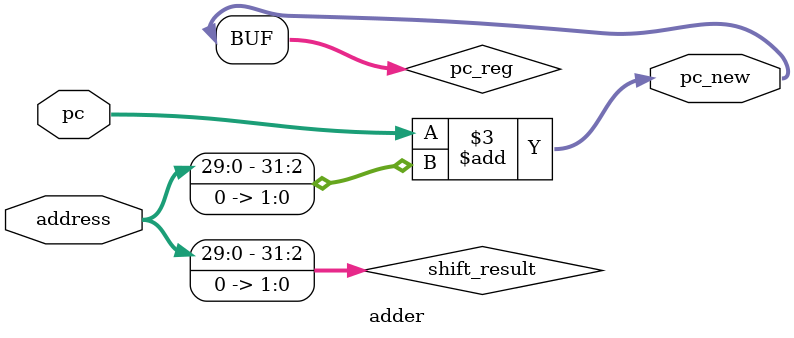
<source format=v>
module adder(
  output [31:0] pc_new,
  input [31:0] pc,
  input [31:0] address
);
  reg [31:0] pc_reg;
  reg [31:0] shift_result;
  assign pc_new = pc_reg;
  always@(*) begin
	shift_result = address <<2;
	pc_reg = pc + shift_result;
  end

endmodule

</source>
